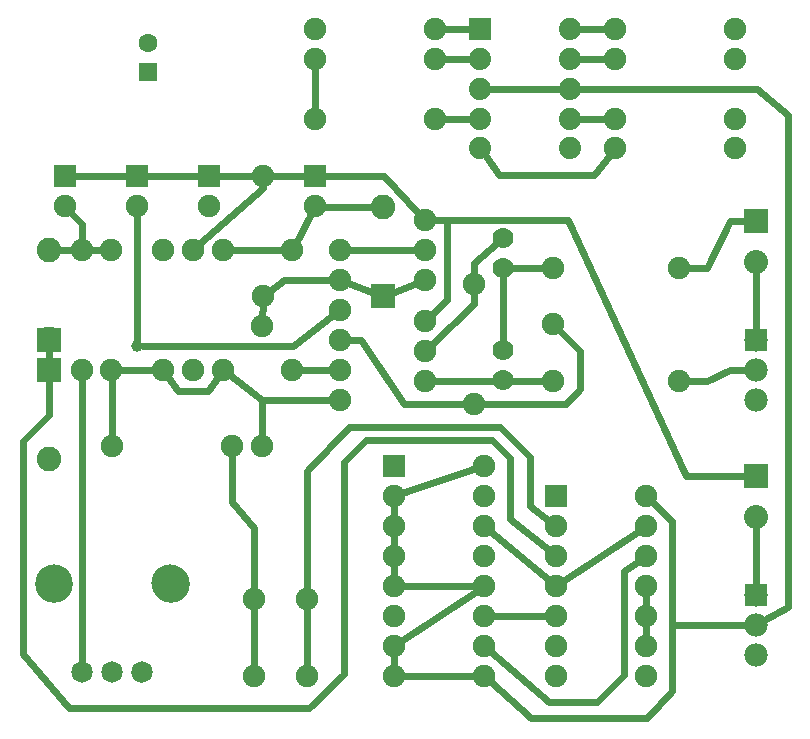
<source format=gtl>
G04 MADE WITH FRITZING*
G04 WWW.FRITZING.ORG*
G04 DOUBLE SIDED*
G04 HOLES PLATED*
G04 CONTOUR ON CENTER OF CONTOUR VECTOR*
%ASAXBY*%
%FSLAX23Y23*%
%MOIN*%
%OFA0B0*%
%SFA1.0B1.0*%
%ADD10C,0.075000*%
%ADD11C,0.075118*%
%ADD12C,0.074803*%
%ADD13C,0.082000*%
%ADD14C,0.080000*%
%ADD15C,0.070000*%
%ADD16C,0.071889*%
%ADD17C,0.071917*%
%ADD18C,0.124033*%
%ADD19C,0.078000*%
%ADD20C,0.074000*%
%ADD21C,0.062992*%
%ADD22C,0.125984*%
%ADD23C,0.039370*%
%ADD24R,0.082000X0.082000*%
%ADD25R,0.080000X0.080000*%
%ADD26R,0.075000X0.075000*%
%ADD27R,0.078000X0.078000*%
%ADD28R,0.074000X0.074000*%
%ADD29R,0.062992X0.062992*%
%ADD30C,0.024000*%
%LNCOPPER1*%
G90*
G70*
G54D10*
X630Y1615D03*
X630Y1215D03*
X530Y1215D03*
X530Y1615D03*
X863Y1861D03*
X863Y1461D03*
X862Y963D03*
X862Y1363D03*
G54D11*
X2251Y1554D03*
X1830Y1554D03*
X1830Y1180D03*
X2251Y1180D03*
X2251Y1554D03*
X1830Y1554D03*
X1830Y1180D03*
X2251Y1180D03*
G54D12*
X1830Y1368D03*
G54D10*
X260Y1215D03*
X260Y1615D03*
X360Y963D03*
X760Y963D03*
X359Y1215D03*
X359Y1615D03*
X730Y1214D03*
X730Y1614D03*
X962Y1615D03*
X962Y1215D03*
G54D13*
X151Y1215D03*
X151Y917D03*
G54D10*
X1566Y1103D03*
X1566Y1503D03*
G54D13*
X151Y1317D03*
X151Y1615D03*
X1263Y1462D03*
X1263Y1760D03*
G54D14*
X2508Y862D03*
X2508Y724D03*
G54D10*
X1840Y796D03*
X2140Y796D03*
X1840Y696D03*
X2140Y696D03*
X1840Y596D03*
X2140Y596D03*
X1840Y496D03*
X2140Y496D03*
X1840Y396D03*
X2140Y396D03*
X1840Y296D03*
X2140Y296D03*
X1840Y196D03*
X2140Y196D03*
X1300Y896D03*
X1600Y896D03*
X1300Y796D03*
X1600Y796D03*
X1300Y696D03*
X1600Y696D03*
X1300Y596D03*
X1600Y596D03*
X1300Y496D03*
X1600Y496D03*
X1300Y396D03*
X1600Y396D03*
X1300Y296D03*
X1600Y296D03*
X1300Y196D03*
X1600Y196D03*
X1404Y1180D03*
X1404Y1280D03*
X1404Y1380D03*
X1404Y1515D03*
X1404Y1615D03*
X1404Y1715D03*
X1121Y1615D03*
X1121Y1515D03*
X1121Y1415D03*
X1121Y1315D03*
X1121Y1215D03*
X1121Y1115D03*
G54D15*
X1665Y1554D03*
X1665Y1654D03*
X1665Y1281D03*
X1665Y1181D03*
G54D10*
X685Y1861D03*
X685Y1761D03*
X205Y1861D03*
X205Y1761D03*
X1037Y1861D03*
X1037Y1761D03*
X445Y1861D03*
X445Y1761D03*
G54D16*
X260Y209D03*
X360Y209D03*
G54D17*
X460Y209D03*
G54D18*
X166Y504D03*
X554Y504D03*
G54D19*
X2507Y466D03*
X2507Y366D03*
X2507Y266D03*
G54D20*
X1587Y2353D03*
X1587Y2253D03*
X1587Y2153D03*
X1587Y2053D03*
X1587Y1954D03*
X1888Y1954D03*
X1888Y2053D03*
X1888Y2153D03*
X1888Y2253D03*
X1888Y2353D03*
G54D10*
X1037Y2353D03*
X1437Y2353D03*
X1036Y2252D03*
X1436Y2252D03*
X1037Y2053D03*
X1437Y2053D03*
X2039Y1955D03*
X2439Y1955D03*
X2039Y2053D03*
X2439Y2053D03*
X2039Y2252D03*
X2439Y2252D03*
X2039Y2353D03*
X2439Y2353D03*
G54D21*
X482Y2208D03*
X482Y2306D03*
G54D10*
X833Y196D03*
X833Y452D03*
X1010Y196D03*
X1010Y452D03*
G54D14*
X2508Y1712D03*
X2508Y1575D03*
G54D19*
X2507Y1316D03*
X2507Y1216D03*
X2507Y1116D03*
G54D22*
X166Y503D03*
X556Y503D03*
G54D23*
X444Y1294D03*
G54D24*
X151Y1216D03*
X151Y1316D03*
X1263Y1461D03*
G54D25*
X2508Y862D03*
G54D26*
X1840Y796D03*
X1300Y896D03*
X685Y1861D03*
X205Y1861D03*
X1037Y1861D03*
X445Y1861D03*
G54D27*
X2507Y466D03*
G54D28*
X1588Y2352D03*
G54D29*
X482Y2208D03*
G54D25*
X2508Y1712D03*
G54D27*
X2507Y1316D03*
G54D30*
X1651Y1866D02*
X1967Y1866D01*
D02*
X1967Y1866D02*
X2021Y1932D01*
D02*
X1606Y1929D02*
X1651Y1866D01*
D02*
X2010Y2353D02*
X1919Y2353D01*
D02*
X2010Y2252D02*
X1919Y2253D01*
D02*
X1919Y2053D02*
X2010Y2053D01*
D02*
X1857Y2153D02*
X1618Y2153D01*
D02*
X1465Y2353D02*
X1556Y2353D01*
D02*
X1556Y2253D02*
X1465Y2252D01*
D02*
X1465Y2053D02*
X1556Y2053D01*
D02*
X1008Y1861D02*
X891Y1861D01*
D02*
X714Y1861D02*
X834Y1861D01*
D02*
X651Y1634D02*
X863Y1821D01*
D02*
X863Y1821D02*
X863Y1833D01*
D02*
X1269Y1861D02*
X1385Y1736D01*
D02*
X1065Y1861D02*
X1269Y1861D01*
D02*
X1477Y1448D02*
X1425Y1399D01*
D02*
X1433Y1715D02*
X1477Y1715D01*
D02*
X1477Y1715D02*
X1477Y1448D01*
D02*
X234Y1861D02*
X416Y1861D01*
D02*
X1754Y762D02*
X1754Y924D01*
D02*
X1754Y924D02*
X1653Y1025D01*
D02*
X1010Y878D02*
X1010Y480D01*
D02*
X1151Y1025D02*
X1010Y878D01*
D02*
X1653Y1025D02*
X1151Y1025D01*
D02*
X1817Y713D02*
X1754Y762D01*
D02*
X260Y242D02*
X260Y1186D01*
D02*
X231Y1615D02*
X183Y1615D01*
D02*
X288Y1615D02*
X331Y1615D01*
D02*
X260Y1644D02*
X260Y1702D01*
D02*
X260Y1702D02*
X225Y1740D01*
D02*
X760Y775D02*
X833Y688D01*
D02*
X833Y688D02*
X833Y480D01*
D02*
X760Y934D02*
X760Y775D01*
D02*
X833Y224D02*
X833Y423D01*
D02*
X1010Y224D02*
X1010Y423D01*
D02*
X1093Y1215D02*
X991Y1215D01*
D02*
X1645Y1637D02*
X1566Y1572D01*
D02*
X1566Y1572D02*
X1566Y1532D01*
D02*
X1425Y1299D02*
X1566Y1434D01*
D02*
X1566Y1434D02*
X1566Y1475D01*
D02*
X1065Y1760D02*
X1231Y1760D01*
D02*
X759Y1614D02*
X934Y1615D01*
D02*
X1024Y1735D02*
X975Y1640D01*
D02*
X1691Y1554D02*
X1791Y1554D01*
D02*
X1665Y1528D02*
X1665Y1307D01*
D02*
X1873Y1103D02*
X1921Y1151D01*
D02*
X1921Y1151D02*
X1921Y1280D01*
D02*
X1921Y1280D02*
X1858Y1341D01*
D02*
X1594Y1103D02*
X1873Y1103D01*
D02*
X1190Y1315D02*
X1150Y1315D01*
D02*
X1537Y1103D02*
X1335Y1103D01*
D02*
X1335Y1103D02*
X1190Y1315D01*
D02*
X1691Y1180D02*
X1791Y1180D01*
D02*
X1433Y1180D02*
X1639Y1180D01*
D02*
X2343Y1554D02*
X2290Y1554D01*
D02*
X2422Y1712D02*
X2343Y1554D01*
D02*
X2477Y1712D02*
X2422Y1712D01*
D02*
X2343Y1180D02*
X2290Y1180D01*
D02*
X2422Y1216D02*
X2343Y1180D01*
D02*
X2477Y1216D02*
X2422Y1216D01*
D02*
X2507Y496D02*
X2508Y693D01*
D02*
X151Y1284D02*
X151Y1247D01*
D02*
X1687Y719D02*
X1817Y614D01*
D02*
X1133Y202D02*
X1133Y908D01*
D02*
X1626Y982D02*
X1687Y923D01*
D02*
X1207Y982D02*
X1626Y982D01*
D02*
X1133Y908D02*
X1207Y982D01*
D02*
X1018Y89D02*
X1133Y202D01*
D02*
X1687Y923D02*
X1687Y719D01*
D02*
X151Y1065D02*
X64Y978D01*
D02*
X64Y267D02*
X219Y89D01*
D02*
X64Y978D02*
X64Y267D01*
D02*
X219Y89D02*
X1018Y89D01*
D02*
X151Y1183D02*
X151Y1065D01*
D02*
X933Y1515D02*
X1092Y1515D01*
D02*
X886Y1479D02*
X933Y1515D01*
D02*
X862Y1391D02*
X863Y1433D01*
D02*
X1148Y1505D02*
X1233Y1473D01*
D02*
X1293Y1473D02*
X1377Y1505D01*
D02*
X1375Y1615D02*
X1149Y1615D01*
D02*
X444Y1313D02*
X445Y1732D01*
D02*
X1098Y1398D02*
X963Y1294D01*
D02*
X963Y1294D02*
X463Y1294D01*
D02*
X1863Y512D02*
X2116Y680D01*
D02*
X1818Y514D02*
X1622Y677D01*
D02*
X1819Y108D02*
X1978Y108D01*
D02*
X1978Y108D02*
X2067Y197D01*
D02*
X2067Y197D02*
X2067Y545D01*
D02*
X2067Y545D02*
X2116Y579D01*
D02*
X1622Y277D02*
X1819Y108D01*
D02*
X2140Y367D02*
X2140Y324D01*
D02*
X2140Y424D02*
X2140Y467D01*
D02*
X1036Y2224D02*
X1037Y2081D01*
D02*
X1328Y196D02*
X1571Y196D01*
D02*
X1300Y224D02*
X1300Y267D01*
D02*
X1324Y312D02*
X1576Y480D01*
D02*
X1571Y496D02*
X1328Y496D01*
D02*
X1300Y524D02*
X1300Y567D01*
D02*
X1300Y624D02*
X1300Y667D01*
D02*
X1300Y724D02*
X1300Y767D01*
D02*
X1327Y805D02*
X1573Y887D01*
D02*
X360Y991D02*
X360Y1186D01*
D02*
X680Y1146D02*
X713Y1191D01*
D02*
X580Y1146D02*
X680Y1146D01*
D02*
X547Y1192D02*
X580Y1146D01*
D02*
X862Y1115D02*
X1093Y1115D01*
D02*
X862Y991D02*
X862Y1115D01*
D02*
X388Y1215D02*
X501Y1215D01*
D02*
X862Y1116D02*
X753Y1197D01*
D02*
X862Y991D02*
X862Y1116D01*
D02*
X2613Y426D02*
X2533Y381D01*
D02*
X2613Y2066D02*
X2613Y426D01*
D02*
X2512Y2153D02*
X2613Y2066D01*
D02*
X1919Y2153D02*
X2512Y2153D01*
D02*
X2508Y1544D02*
X2507Y1346D01*
D02*
X473Y1861D02*
X657Y1861D01*
D02*
X2227Y145D02*
X2143Y56D01*
D02*
X1758Y56D02*
X1621Y177D01*
D02*
X2227Y366D02*
X2227Y145D01*
D02*
X2143Y56D02*
X1758Y56D01*
D02*
X2477Y366D02*
X2227Y366D01*
D02*
X2273Y862D02*
X2477Y862D01*
D02*
X1881Y1715D02*
X2273Y862D01*
D02*
X1433Y1715D02*
X1881Y1715D01*
D02*
X1628Y396D02*
X1811Y396D01*
D02*
X2227Y366D02*
X2477Y366D01*
D02*
X2160Y776D02*
X2227Y711D01*
D02*
X2227Y711D02*
X2227Y366D01*
G04 End of Copper1*
M02*
</source>
